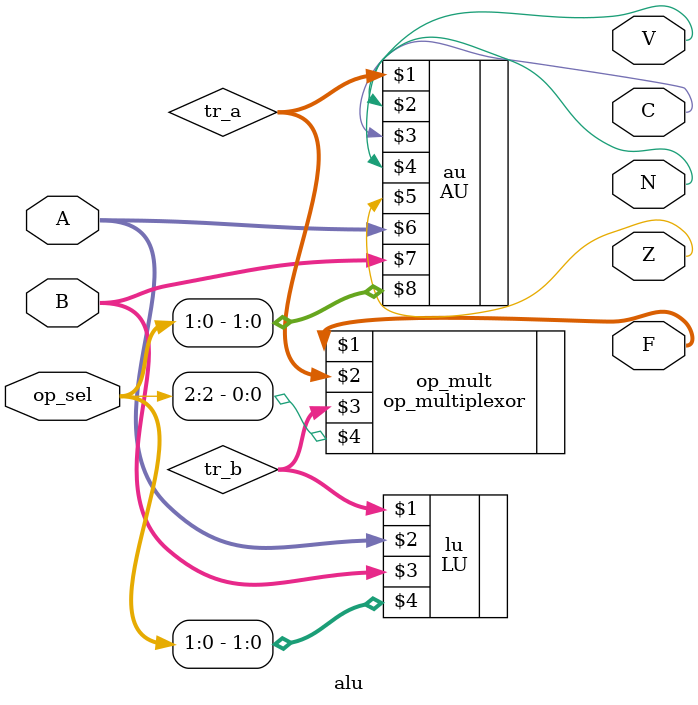
<source format=v>
module alu(output [15:0] F, output V, output C, output N, output Z,
 input [15:0] A, input [15:0] B, input [2:0] op_sel);
	wire [15:0] tr_a, tr_b;
	AU au(tr_a, V, C, N, Z, A, B, op_sel[1:0]);
	LU lu(tr_b, A, B, op_sel[1:0]);
	op_multiplexor op_mult(F, tr_a, tr_b, op_sel[2]);
endmodule

</source>
